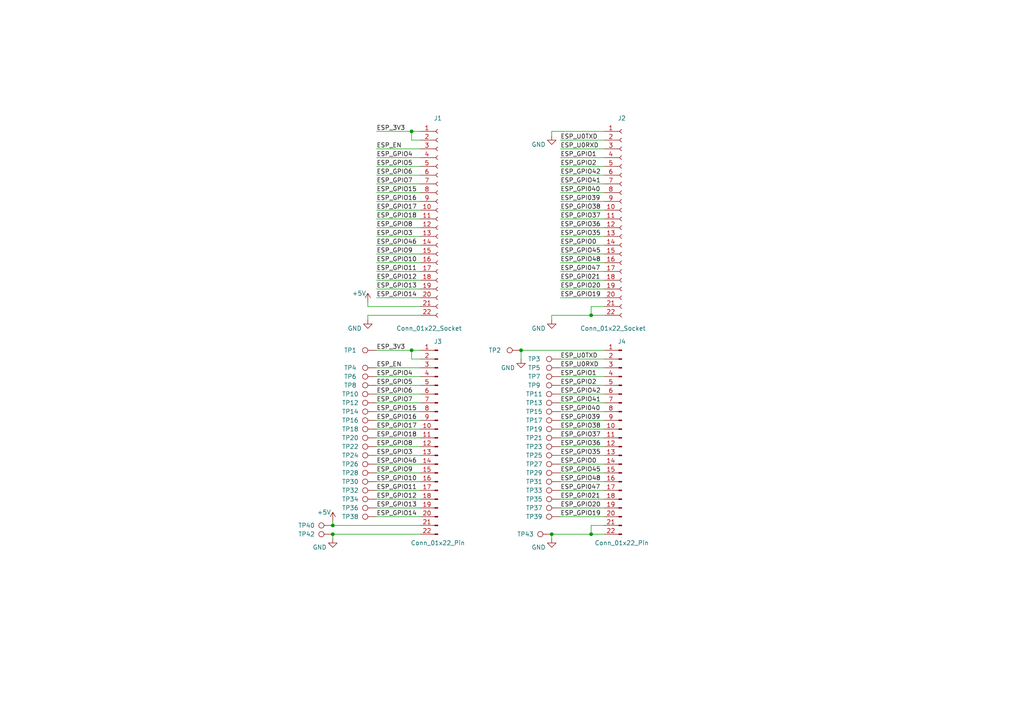
<source format=kicad_sch>
(kicad_sch (version 20231120) (generator "eeschema") (generator_version "8.0")
  (paper "A4")
  (title_block (title "ESP32-S3-DevKitC-1-N32R8V") (date "2024-07-18") (rev "Final"))
  (lib_symbols
    (symbol "Connector:Conn_01x22_Pin" (pin_names (offset 1.016) hide)
      (property "Reference" "J" (at 0 27.94 0))
      (property "Value" "Conn_01x22_Pin" (at 0 -30.48 0))
      (symbol "Conn_01x22_Pin_1_1"
        (polyline (pts (xy 1.27 -27.94) (xy 0.8636 -27.94)) (stroke (width 0.1524)))
        (polyline (pts (xy 1.27 -25.4) (xy 0.8636 -25.4)) (stroke (width 0.1524)))
        (polyline (pts (xy 1.27 -22.86) (xy 0.8636 -22.86)) (stroke (width 0.1524)))
        (polyline (pts (xy 1.27 -20.32) (xy 0.8636 -20.32)) (stroke (width 0.1524)))
        (polyline (pts (xy 1.27 -17.78) (xy 0.8636 -17.78)) (stroke (width 0.1524)))
        (polyline (pts (xy 1.27 -15.24) (xy 0.8636 -15.24)) (stroke (width 0.1524)))
        (polyline (pts (xy 1.27 -12.7) (xy 0.8636 -12.7)) (stroke (width 0.1524)))
        (polyline (pts (xy 1.27 -10.16) (xy 0.8636 -10.16)) (stroke (width 0.1524)))
        (polyline (pts (xy 1.27 -7.62) (xy 0.8636 -7.62)) (stroke (width 0.1524)))
        (polyline (pts (xy 1.27 -5.08) (xy 0.8636 -5.08)) (stroke (width 0.1524)))
        (polyline (pts (xy 1.27 -2.54) (xy 0.8636 -2.54)) (stroke (width 0.1524)))
        (polyline (pts (xy 1.27 0) (xy 0.8636 0)) (stroke (width 0.1524)))
        (polyline (pts (xy 1.27 2.54) (xy 0.8636 2.54)) (stroke (width 0.1524)))
        (polyline (pts (xy 1.27 5.08) (xy 0.8636 5.08)) (stroke (width 0.1524)))
        (polyline (pts (xy 1.27 7.62) (xy 0.8636 7.62)) (stroke (width 0.1524)))
        (polyline (pts (xy 1.27 10.16) (xy 0.8636 10.16)) (stroke (width 0.1524)))
        (polyline (pts (xy 1.27 12.7) (xy 0.8636 12.7)) (stroke (width 0.1524)))
        (polyline (pts (xy 1.27 15.24) (xy 0.8636 15.24)) (stroke (width 0.1524)))
        (polyline (pts (xy 1.27 17.78) (xy 0.8636 17.78)) (stroke (width 0.1524)))
        (polyline (pts (xy 1.27 20.32) (xy 0.8636 20.32)) (stroke (width 0.1524)))
        (polyline (pts (xy 1.27 22.86) (xy 0.8636 22.86)) (stroke (width 0.1524)))
        (polyline (pts (xy 1.27 25.4) (xy 0.8636 25.4)) (stroke (width 0.1524)))
        (rectangle (start 0.8636 -27.813) (end 0 -28.067) (stroke (width 0.1524)) (fill (type outline)))
        (rectangle (start 0.8636 -25.273) (end 0 -25.527) (stroke (width 0.1524)) (fill (type outline)))
        (rectangle (start 0.8636 -22.733) (end 0 -22.987) (stroke (width 0.1524)) (fill (type outline)))
        (rectangle (start 0.8636 -20.193) (end 0 -20.447) (stroke (width 0.1524)) (fill (type outline)))
        (rectangle (start 0.8636 -17.653) (end 0 -17.907) (stroke (width 0.1524)) (fill (type outline)))
        (rectangle (start 0.8636 -15.113) (end 0 -15.367) (stroke (width 0.1524)) (fill (type outline)))
        (rectangle (start 0.8636 -12.573) (end 0 -12.827) (stroke (width 0.1524)) (fill (type outline)))
        (rectangle (start 0.8636 -10.033) (end 0 -10.287) (stroke (width 0.1524)) (fill (type outline)))
        (rectangle (start 0.8636 -7.493) (end 0 -7.747) (stroke (width 0.1524)) (fill (type outline)))
        (rectangle (start 0.8636 -4.953) (end 0 -5.207) (stroke (width 0.1524)) (fill (type outline)))
        (rectangle (start 0.8636 -2.413) (end 0 -2.667) (stroke (width 0.1524)) (fill (type outline)))
        (rectangle (start 0.8636 0.127) (end 0 -0.127) (stroke (width 0.1524)) (fill (type outline)))
        (rectangle (start 0.8636 2.667) (end 0 2.413) (stroke (width 0.1524)) (fill (type outline)))
        (rectangle (start 0.8636 5.207) (end 0 4.953) (stroke (width 0.1524)) (fill (type outline)))
        (rectangle (start 0.8636 7.747) (end 0 7.493) (stroke (width 0.1524)) (fill (type outline)))
        (rectangle (start 0.8636 10.287) (end 0 10.033) (stroke (width 0.1524)) (fill (type outline)))
        (rectangle (start 0.8636 12.827) (end 0 12.573) (stroke (width 0.1524)) (fill (type outline)))
        (rectangle (start 0.8636 15.367) (end 0 15.113) (stroke (width 0.1524)) (fill (type outline)))
        (rectangle (start 0.8636 17.907) (end 0 17.653) (stroke (width 0.1524)) (fill (type outline)))
        (rectangle (start 0.8636 20.447) (end 0 20.193) (stroke (width 0.1524)) (fill (type outline)))
        (rectangle (start 0.8636 22.987) (end 0 22.733) (stroke (width 0.1524)) (fill (type outline)))
        (rectangle (start 0.8636 25.527) (end 0 25.273) (stroke (width 0.1524)) (fill (type outline)))
        (pin passive line (at 5.08 25.4 180) (length 3.81) (name "Pin_1") (number "1"))
        (pin passive line (at 5.08 2.54 180) (length 3.81) (name "Pin_10") (number "10"))
        (pin passive line (at 5.08 0 180) (length 3.81) (name "Pin_11") (number "11"))
        (pin passive line (at 5.08 -2.54 180) (length 3.81) (name "Pin_12") (number "12"))
        (pin passive line (at 5.08 -5.08 180) (length 3.81) (name "Pin_13") (number "13"))
        (pin passive line (at 5.08 -7.62 180) (length 3.81) (name "Pin_14") (number "14"))
        (pin passive line (at 5.08 -10.16 180) (length 3.81) (name "Pin_15") (number "15"))
        (pin passive line (at 5.08 -12.7 180) (length 3.81) (name "Pin_16") (number "16"))
        (pin passive line (at 5.08 -15.24 180) (length 3.81) (name "Pin_17") (number "17"))
        (pin passive line (at 5.08 -17.78 180) (length 3.81) (name "Pin_18") (number "18"))
        (pin passive line (at 5.08 -20.32 180) (length 3.81) (name "Pin_19") (number "19"))
        (pin passive line (at 5.08 22.86 180) (length 3.81) (name "Pin_2") (number "2"))
        (pin passive line (at 5.08 -22.86 180) (length 3.81) (name "Pin_20") (number "20"))
        (pin passive line (at 5.08 -25.4 180) (length 3.81) (name "Pin_21") (number "21"))
        (pin passive line (at 5.08 -27.94 180) (length 3.81) (name "Pin_22") (number "22"))
        (pin passive line (at 5.08 20.32 180) (length 3.81) (name "Pin_3") (number "3"))
        (pin passive line (at 5.08 17.78 180) (length 3.81) (name "Pin_4") (number "4"))
        (pin passive line (at 5.08 15.24 180) (length 3.81) (name "Pin_5") (number "5"))
        (pin passive line (at 5.08 12.7 180) (length 3.81) (name "Pin_6") (number "6"))
        (pin passive line (at 5.08 10.16 180) (length 3.81) (name "Pin_7") (number "7"))
        (pin passive line (at 5.08 7.62 180) (length 3.81) (name "Pin_8") (number "8"))
        (pin passive line (at 5.08 5.08 180) (length 3.81) (name "Pin_9") (number "9"))
      )
    )
    (symbol "Connector:Conn_01x22_Socket" (pin_names (offset 1.016) hide)
      (property "Reference" "J" (at 0 27.94 0))
      (property "Value" "Conn_01x22_Socket" (at 0 -30.48 0))
      (symbol "Conn_01x22_Socket_1_1"
        (arc (start 0 -27.432) (mid -0.5058 -27.94) (end 0 -28.448) (stroke (width 0.1524)))
        (arc (start 0 -24.892) (mid -0.5058 -25.4) (end 0 -25.908) (stroke (width 0.1524)))
        (arc (start 0 -22.352) (mid -0.5058 -22.86) (end 0 -23.368) (stroke (width 0.1524)))
        (arc (start 0 -19.812) (mid -0.5058 -20.32) (end 0 -20.828) (stroke (width 0.1524)))
        (arc (start 0 -17.272) (mid -0.5058 -17.78) (end 0 -18.288) (stroke (width 0.1524)))
        (arc (start 0 -14.732) (mid -0.5058 -15.24) (end 0 -15.748) (stroke (width 0.1524)))
        (arc (start 0 -12.192) (mid -0.5058 -12.7) (end 0 -13.208) (stroke (width 0.1524)))
        (arc (start 0 -9.652) (mid -0.5058 -10.16) (end 0 -10.668) (stroke (width 0.1524)))
        (arc (start 0 -7.112) (mid -0.5058 -7.62) (end 0 -8.128) (stroke (width 0.1524)))
        (arc (start 0 -4.572) (mid -0.5058 -5.08) (end 0 -5.588) (stroke (width 0.1524)))
        (arc (start 0 -2.032) (mid -0.5058 -2.54) (end 0 -3.048) (stroke (width 0.1524)))
        (polyline (pts (xy -1.27 -27.94) (xy -0.508 -27.94)) (stroke (width 0.1524)))
        (polyline (pts (xy -1.27 -25.4) (xy -0.508 -25.4)) (stroke (width 0.1524)))
        (polyline (pts (xy -1.27 -22.86) (xy -0.508 -22.86)) (stroke (width 0.1524)))
        (polyline (pts (xy -1.27 -20.32) (xy -0.508 -20.32)) (stroke (width 0.1524)))
        (polyline (pts (xy -1.27 -17.78) (xy -0.508 -17.78)) (stroke (width 0.1524)))
        (polyline (pts (xy -1.27 -15.24) (xy -0.508 -15.24)) (stroke (width 0.1524)))
        (polyline (pts (xy -1.27 -12.7) (xy -0.508 -12.7)) (stroke (width 0.1524)))
        (polyline (pts (xy -1.27 -10.16) (xy -0.508 -10.16)) (stroke (width 0.1524)))
        (polyline (pts (xy -1.27 -7.62) (xy -0.508 -7.62)) (stroke (width 0.1524)))
        (polyline (pts (xy -1.27 -5.08) (xy -0.508 -5.08)) (stroke (width 0.1524)))
        (polyline (pts (xy -1.27 -2.54) (xy -0.508 -2.54)) (stroke (width 0.1524)))
        (polyline (pts (xy -1.27 0) (xy -0.508 0)) (stroke (width 0.1524)))
        (polyline (pts (xy -1.27 2.54) (xy -0.508 2.54)) (stroke (width 0.1524)))
        (polyline (pts (xy -1.27 5.08) (xy -0.508 5.08)) (stroke (width 0.1524)))
        (polyline (pts (xy -1.27 7.62) (xy -0.508 7.62)) (stroke (width 0.1524)))
        (polyline (pts (xy -1.27 10.16) (xy -0.508 10.16)) (stroke (width 0.1524)))
        (polyline (pts (xy -1.27 12.7) (xy -0.508 12.7)) (stroke (width 0.1524)))
        (polyline (pts (xy -1.27 15.24) (xy -0.508 15.24)) (stroke (width 0.1524)))
        (polyline (pts (xy -1.27 17.78) (xy -0.508 17.78)) (stroke (width 0.1524)))
        (polyline (pts (xy -1.27 20.32) (xy -0.508 20.32)) (stroke (width 0.1524)))
        (polyline (pts (xy -1.27 22.86) (xy -0.508 22.86)) (stroke (width 0.1524)))
        (polyline (pts (xy -1.27 25.4) (xy -0.508 25.4)) (stroke (width 0.1524)))
        (arc (start 0 0.508) (mid -0.5058 0) (end 0 -0.508) (stroke (width 0.1524)))
        (arc (start 0 3.048) (mid -0.5058 2.54) (end 0 2.032) (stroke (width 0.1524)))
        (arc (start 0 5.588) (mid -0.5058 5.08) (end 0 4.572) (stroke (width 0.1524)))
        (arc (start 0 8.128) (mid -0.5058 7.62) (end 0 7.112) (stroke (width 0.1524)))
        (arc (start 0 10.668) (mid -0.5058 10.16) (end 0 9.652) (stroke (width 0.1524)))
        (arc (start 0 13.208) (mid -0.5058 12.7) (end 0 12.192) (stroke (width 0.1524)))
        (arc (start 0 15.748) (mid -0.5058 15.24) (end 0 14.732) (stroke (width 0.1524)))
        (arc (start 0 18.288) (mid -0.5058 17.78) (end 0 17.272) (stroke (width 0.1524)))
        (arc (start 0 20.828) (mid -0.5058 20.32) (end 0 19.812) (stroke (width 0.1524)))
        (arc (start 0 23.368) (mid -0.5058 22.86) (end 0 22.352) (stroke (width 0.1524)))
        (arc (start 0 25.908) (mid -0.5058 25.4) (end 0 24.892) (stroke (width 0.1524)))
        (pin passive line (at -5.08 25.4 0) (length 3.81) (name "Pin_1") (number "1"))
        (pin passive line (at -5.08 2.54 0) (length 3.81) (name "Pin_10") (number "10"))
        (pin passive line (at -5.08 0 0) (length 3.81) (name "Pin_11") (number "11"))
        (pin passive line (at -5.08 -2.54 0) (length 3.81) (name "Pin_12") (number "12"))
        (pin passive line (at -5.08 -5.08 0) (length 3.81) (name "Pin_13") (number "13"))
        (pin passive line (at -5.08 -7.62 0) (length 3.81) (name "Pin_14") (number "14"))
        (pin passive line (at -5.08 -10.16 0) (length 3.81) (name "Pin_15") (number "15"))
        (pin passive line (at -5.08 -12.7 0) (length 3.81) (name "Pin_16") (number "16"))
        (pin passive line (at -5.08 -15.24 0) (length 3.81) (name "Pin_17") (number "17"))
        (pin passive line (at -5.08 -17.78 0) (length 3.81) (name "Pin_18") (number "18"))
        (pin passive line (at -5.08 -20.32 0) (length 3.81) (name "Pin_19") (number "19"))
        (pin passive line (at -5.08 22.86 0) (length 3.81) (name "Pin_2") (number "2"))
        (pin passive line (at -5.08 -22.86 0) (length 3.81) (name "Pin_20") (number "20"))
        (pin passive line (at -5.08 -25.4 0) (length 3.81) (name "Pin_21") (number "21"))
        (pin passive line (at -5.08 -27.94 0) (length 3.81) (name "Pin_22") (number "22"))
        (pin passive line (at -5.08 20.32 0) (length 3.81) (name "Pin_3") (number "3"))
        (pin passive line (at -5.08 17.78 0) (length 3.81) (name "Pin_4") (number "4"))
        (pin passive line (at -5.08 15.24 0) (length 3.81) (name "Pin_5") (number "5"))
        (pin passive line (at -5.08 12.7 0) (length 3.81) (name "Pin_6") (number "6"))
        (pin passive line (at -5.08 10.16 0) (length 3.81) (name "Pin_7") (number "7"))
        (pin passive line (at -5.08 7.62 0) (length 3.81) (name "Pin_8") (number "8"))
        (pin passive line (at -5.08 5.08 0) (length 3.81) (name "Pin_9") (number "9"))
      )
    )
    (symbol "Connector:TestPoint" (pin_numbers hide) (pin_names (offset 0.762) hide)
      (property "Reference" "TP" (at 0 6.858 0))
      (property "Value" "TestPoint" (at 0 5.08 0))
      (symbol "TestPoint_0_1"
        (circle (center 0 3.302) (radius 0.762))
      )
      (symbol "TestPoint_1_1"
        (pin passive line (at 0 0 90) (length 2.54) (name "1") (number "1"))
      )
    )
    (symbol "power:+5V" (power) (pin_names (offset 0))
      (property "Value" "+5V" (at 0 3.556 0))
      (symbol "+5V_0_1"
        (polyline (pts (xy -0.762 1.27) (xy 0 2.54)))
        (polyline (pts (xy 0 0) (xy 0 2.54)))
        (polyline (pts (xy 0 2.54) (xy 0.762 1.27)))
      )
      (symbol "+5V_1_1"
        (pin power_in line (at 0 0 90) (length 0) hide (name "+5V") (number "1"))
      )
    )
    (symbol "power:GND" (power) (pin_names (offset 0))
      (property "Value" "GND" (at 0 -3.81 0))
      (symbol "GND_0_1"
        (polyline (pts (xy 0 0) (xy 0 -1.27) (xy 1.27 -1.27) (xy 0 -2.54) (xy -1.27 -1.27) (xy 0 -1.27)))
      )
      (symbol "GND_1_1"
        (pin power_in line (at 0 0 270) (length 0) hide (name "GND") (number "1"))
      )
    )
  )
  (junction (at 96.52 154.94))
  (junction (at 171.45 154.94))
  (junction (at 96.52 152.4))
  (junction (at 119.38 38.1))
  (junction (at 119.38 101.6))
  (junction (at 160.02 154.94))
  (junction (at 151.13 101.6))
  (junction (at 171.45 91.44))
  (wire (pts (xy 162.56 144.78) (xy 175.26 144.78)))
  (wire (pts (xy 121.92 43.18) (xy 109.22 43.18)))
  (wire (pts (xy 171.45 152.4) (xy 171.45 154.94)))
  (wire (pts (xy 162.56 142.24) (xy 175.26 142.24)))
  (wire (pts (xy 171.45 91.44) (xy 175.26 91.44)))
  (wire (pts (xy 162.56 137.16) (xy 175.26 137.16)))
  (wire (pts (xy 121.92 127) (xy 109.22 127)))
  (wire (pts (xy 121.92 53.34) (xy 109.22 53.34)))
  (wire (pts (xy 121.92 88.9) (xy 106.68 88.9)))
  (wire (pts (xy 162.56 124.46) (xy 175.26 124.46)))
  (wire (pts (xy 162.56 109.22) (xy 175.26 109.22)))
  (wire (pts (xy 162.56 86.36) (xy 175.26 86.36)))
  (wire (pts (xy 175.26 152.4) (xy 171.45 152.4)))
  (wire (pts (xy 121.92 81.28) (xy 109.22 81.28)))
  (wire (pts (xy 96.52 152.4) (xy 96.52 151.13)))
  (wire (pts (xy 162.56 48.26) (xy 175.26 48.26)))
  (wire (pts (xy 96.52 154.94) (xy 96.52 156.21)))
  (wire (pts (xy 121.92 129.54) (xy 109.22 129.54)))
  (wire (pts (xy 121.92 119.38) (xy 109.22 119.38)))
  (wire (pts (xy 160.02 154.94) (xy 171.45 154.94)))
  (wire (pts (xy 162.56 83.82) (xy 175.26 83.82)))
  (wire (pts (xy 162.56 121.92) (xy 175.26 121.92)))
  (wire (pts (xy 121.92 106.68) (xy 109.22 106.68)))
  (wire (pts (xy 119.38 104.14) (xy 119.38 101.6)))
  (wire (pts (xy 151.13 101.6) (xy 151.13 104.14)))
  (wire (pts (xy 162.56 116.84) (xy 175.26 116.84)))
  (wire (pts (xy 162.56 127) (xy 175.26 127)))
  (wire (pts (xy 162.56 104.14) (xy 175.26 104.14)))
  (wire (pts (xy 106.68 88.9) (xy 106.68 87.63)))
  (wire (pts (xy 162.56 149.86) (xy 175.26 149.86)))
  (wire (pts (xy 119.38 38.1) (xy 109.22 38.1)))
  (wire (pts (xy 121.92 147.32) (xy 109.22 147.32)))
  (wire (pts (xy 162.56 139.7) (xy 175.26 139.7)))
  (wire (pts (xy 121.92 71.12) (xy 109.22 71.12)))
  (wire (pts (xy 162.56 134.62) (xy 175.26 134.62)))
  (wire (pts (xy 162.56 68.58) (xy 175.26 68.58)))
  (wire (pts (xy 121.92 134.62) (xy 109.22 134.62)))
  (wire (pts (xy 106.68 91.44) (xy 106.68 92.71)))
  (wire (pts (xy 171.45 154.94) (xy 175.26 154.94)))
  (wire (pts (xy 121.92 137.16) (xy 109.22 137.16)))
  (wire (pts (xy 151.13 101.6) (xy 175.26 101.6)))
  (wire (pts (xy 160.02 91.44) (xy 160.02 92.71)))
  (wire (pts (xy 121.92 139.7) (xy 109.22 139.7)))
  (wire (pts (xy 121.92 60.96) (xy 109.22 60.96)))
  (wire (pts (xy 162.56 43.18) (xy 175.26 43.18)))
  (wire (pts (xy 121.92 68.58) (xy 109.22 68.58)))
  (wire (pts (xy 162.56 50.8) (xy 175.26 50.8)))
  (wire (pts (xy 121.92 101.6) (xy 119.38 101.6)))
  (wire (pts (xy 121.92 40.64) (xy 119.38 40.64)))
  (wire (pts (xy 162.56 55.88) (xy 175.26 55.88)))
  (wire (pts (xy 121.92 142.24) (xy 109.22 142.24)))
  (wire (pts (xy 162.56 63.5) (xy 175.26 63.5)))
  (wire (pts (xy 121.92 45.72) (xy 109.22 45.72)))
  (wire (pts (xy 160.02 38.1) (xy 175.26 38.1)))
  (wire (pts (xy 171.45 88.9) (xy 171.45 91.44)))
  (wire (pts (xy 162.56 147.32) (xy 175.26 147.32)))
  (wire (pts (xy 121.92 144.78) (xy 109.22 144.78)))
  (wire (pts (xy 121.92 76.2) (xy 109.22 76.2)))
  (wire (pts (xy 162.56 106.68) (xy 175.26 106.68)))
  (wire (pts (xy 162.56 114.3) (xy 175.26 114.3)))
  (wire (pts (xy 175.26 88.9) (xy 171.45 88.9)))
  (wire (pts (xy 160.02 38.1) (xy 160.02 39.37)))
  (wire (pts (xy 162.56 71.12) (xy 175.26 71.12)))
  (wire (pts (xy 121.92 50.8) (xy 109.22 50.8)))
  (wire (pts (xy 121.92 154.94) (xy 96.52 154.94)))
  (wire (pts (xy 162.56 40.64) (xy 175.26 40.64)))
  (wire (pts (xy 121.92 152.4) (xy 96.52 152.4)))
  (wire (pts (xy 121.92 86.36) (xy 109.22 86.36)))
  (wire (pts (xy 162.56 119.38) (xy 175.26 119.38)))
  (wire (pts (xy 121.92 109.22) (xy 109.22 109.22)))
  (wire (pts (xy 160.02 154.94) (xy 160.02 156.21)))
  (wire (pts (xy 162.56 60.96) (xy 175.26 60.96)))
  (wire (pts (xy 121.92 83.82) (xy 109.22 83.82)))
  (wire (pts (xy 162.56 45.72) (xy 175.26 45.72)))
  (wire (pts (xy 121.92 149.86) (xy 109.22 149.86)))
  (wire (pts (xy 121.92 78.74) (xy 109.22 78.74)))
  (wire (pts (xy 121.92 124.46) (xy 109.22 124.46)))
  (wire (pts (xy 162.56 66.04) (xy 175.26 66.04)))
  (wire (pts (xy 121.92 114.3) (xy 109.22 114.3)))
  (wire (pts (xy 121.92 73.66) (xy 109.22 73.66)))
  (wire (pts (xy 162.56 76.2) (xy 175.26 76.2)))
  (wire (pts (xy 121.92 48.26) (xy 109.22 48.26)))
  (wire (pts (xy 162.56 73.66) (xy 175.26 73.66)))
  (wire (pts (xy 162.56 78.74) (xy 175.26 78.74)))
  (wire (pts (xy 162.56 132.08) (xy 175.26 132.08)))
  (wire (pts (xy 119.38 40.64) (xy 119.38 38.1)))
  (wire (pts (xy 160.02 91.44) (xy 171.45 91.44)))
  (wire (pts (xy 121.92 58.42) (xy 109.22 58.42)))
  (wire (pts (xy 162.56 58.42) (xy 175.26 58.42)))
  (wire (pts (xy 121.92 66.04) (xy 109.22 66.04)))
  (wire (pts (xy 162.56 129.54) (xy 175.26 129.54)))
  (wire (pts (xy 121.92 55.88) (xy 109.22 55.88)))
  (wire (pts (xy 162.56 111.76) (xy 175.26 111.76)))
  (wire (pts (xy 162.56 81.28) (xy 175.26 81.28)))
  (wire (pts (xy 121.92 104.14) (xy 119.38 104.14)))
  (wire (pts (xy 121.92 111.76) (xy 109.22 111.76)))
  (wire (pts (xy 121.92 121.92) (xy 109.22 121.92)))
  (wire (pts (xy 121.92 116.84) (xy 109.22 116.84)))
  (wire (pts (xy 121.92 132.08) (xy 109.22 132.08)))
  (wire (pts (xy 121.92 63.5) (xy 109.22 63.5)))
  (wire (pts (xy 119.38 101.6) (xy 109.22 101.6)))
  (wire (pts (xy 162.56 53.34) (xy 175.26 53.34)))
  (wire (pts (xy 121.92 91.44) (xy 106.68 91.44)))
  (wire (pts (xy 121.92 38.1) (xy 119.38 38.1)))
  (label "ESP_GPIO4" (at 109.22 109.22 0))
  (label "ESP_GPIO36" (at 162.56 66.04 0))
  (label "ESP_GPIO13" (at 109.22 147.32 0))
  (label "ESP_GPIO46" (at 109.22 71.12 0))
  (label "ESP_GPI040" (at 162.56 119.38 0))
  (label "ESP_GPIO2" (at 162.56 48.26 0))
  (label "ESP_GPIO16" (at 109.22 58.42 0))
  (label "ESP_GPI047" (at 162.56 142.24 0))
  (label "ESP_GPIO4" (at 109.22 45.72 0))
  (label "ESP_U0TXD" (at 162.56 104.14 0))
  (label "ESP_U0RXD" (at 162.56 43.18 0))
  (label "ESP_GPIO48" (at 162.56 76.2 0))
  (label "ESP_GPIO10" (at 109.22 76.2 0))
  (label "ESP_EN" (at 109.22 43.18 0))
  (label "ESP_EN" (at 109.22 106.68 0))
  (label "ESP_GPIO11" (at 109.22 78.74 0))
  (label "ESP_U0TXD" (at 162.56 40.64 0))
  (label "ESP_GPI039" (at 162.56 58.42 0))
  (label "ESP_GPIO42" (at 162.56 114.3 0))
  (label "ESP_GPIO41" (at 162.56 53.34 0))
  (label "ESP_GPIO15" (at 109.22 55.88 0))
  (label "ESP_GPIO37" (at 162.56 127 0))
  (label "ESP_GPIO2" (at 162.56 111.76 0))
  (label "ESP_GPI040" (at 162.56 55.88 0))
  (label "ESP_GPIO19" (at 162.56 149.86 0))
  (label "ESP_3V3" (at 109.22 101.6 0))
  (label "ESP_GPIO13" (at 109.22 83.82 0))
  (label "ESP_GPIO17" (at 109.22 124.46 0))
  (label "ESP_GPIO5" (at 109.22 111.76 0))
  (label "ESP_GPIO41" (at 162.56 116.84 0))
  (label "ESP_GPIO5" (at 109.22 48.26 0))
  (label "ESP_3V3" (at 109.22 38.1 0))
  (label "ESP_GPIO19" (at 162.56 86.36 0))
  (label "ESP_GPIO11" (at 109.22 142.24 0))
  (label "ESP_GPIO38" (at 162.56 124.46 0))
  (label "ESP_U0RXD" (at 162.56 106.68 0))
  (label "ESP_GPI039" (at 162.56 121.92 0))
  (label "ESP_GPIO37" (at 162.56 63.5 0))
  (label "ESP_GPIO46" (at 109.22 134.62 0))
  (label "ESP_GPIO0" (at 162.56 71.12 0))
  (label "ESP_GPIO3" (at 109.22 132.08 0))
  (label "ESP_GPIO20" (at 162.56 147.32 0))
  (label "ESP_GPIO14" (at 109.22 86.36 0))
  (label "ESP_GPIO18" (at 109.22 127 0))
  (label "ESP_GPIO7" (at 109.22 116.84 0))
  (label "ESP_GPIO17" (at 109.22 60.96 0))
  (label "ESP_GPIO10" (at 109.22 139.7 0))
  (label "ESP_GPIO9" (at 109.22 137.16 0))
  (label "ESP_GPIO45" (at 162.56 137.16 0))
  (label "ESP_GPI021" (at 162.56 144.78 0))
  (label "ESP_GPIO20" (at 162.56 83.82 0))
  (label "ESP_GPI047" (at 162.56 78.74 0))
  (label "ESP_GPIO35" (at 162.56 68.58 0))
  (label "ESP_GPIO1" (at 162.56 109.22 0))
  (label "ESP_GPIO15" (at 109.22 119.38 0))
  (label "ESP_GPIO3" (at 109.22 68.58 0))
  (label "ESP_GPIO9" (at 109.22 73.66 0))
  (label "ESP_GPIO7" (at 109.22 53.34 0))
  (label "ESP_GPIO8" (at 109.22 66.04 0))
  (label "ESP_GPIO12" (at 109.22 81.28 0))
  (label "ESP_GPIO45" (at 162.56 73.66 0))
  (label "ESP_GPIO6" (at 109.22 50.8 0))
  (label "ESP_GPIO14" (at 109.22 149.86 0))
  (label "ESP_GPI021" (at 162.56 81.28 0))
  (label "ESP_GPIO48" (at 162.56 139.7 0))
  (label "ESP_GPIO35" (at 162.56 132.08 0))
  (label "ESP_GPIO36" (at 162.56 129.54 0))
  (label "ESP_GPIO12" (at 109.22 144.78 0))
  (label "ESP_GPIO0" (at 162.56 134.62 0))
  (label "ESP_GPIO6" (at 109.22 114.3 0))
  (label "ESP_GPIO18" (at 109.22 63.5 0))
  (label "ESP_GPIO38" (at 162.56 60.96 0))
  (label "ESP_GPIO42" (at 162.56 50.8 0))
  (label "ESP_GPIO1" (at 162.56 45.72 0))
  (label "ESP_GPIO16" (at 109.22 121.92 0))
  (label "ESP_GPIO8" (at 109.22 129.54 0))
  (symbol (lib_id "Connector:TestPoint") (at 162.56 116.84 90) (unit 1)
    (property "Reference" "TP13" (at 154.94 116.84 90))
    (property "Value" "TestPoint" (effects (hide yes)))
    (property "Footprint" "TestPoint:TestPoint_Pad_D1.5mm" (effects (hide yes)))
  )
  (symbol (lib_id "Connector:TestPoint") (at 162.56 119.38 90) (unit 1)
    (property "Reference" "TP15" (at 154.94 119.38 90))
    (property "Value" "TestPoint" (effects (hide yes)))
    (property "Footprint" "TestPoint:TestPoint_Pad_D1.5mm" (effects (hide yes)))
  )
  (symbol (lib_id "Connector:Conn_01x22_Pin") (at 180.34 127 0) (mirror y) (unit 1)
    (property "Reference" "J4" (at 180.34 99.06 0))
    (property "Value" "Conn_01x22_Pin" (at 180.34 157.48 0))
    (property "Footprint" "Connector_PinHeader_2.54mm:PinHeader_1x22_P2.54mm_Vertical" (effects (hide yes)))
  )
  (symbol (lib_id "Connector:TestPoint") (at 162.56 137.16 90) (unit 1)
    (property "Reference" "TP29" (at 154.94 137.16 90))
    (property "Value" "TestPoint" (effects (hide yes)))
    (property "Footprint" "TestPoint:TestPoint_Pad_D1.5mm" (effects (hide yes)))
  )
  (symbol (lib_id "Connector:TestPoint") (at 109.22 116.84 90) (unit 1)
    (property "Reference" "TP12" (at 101.6 116.84 90))
    (property "Value" "TestPoint" (effects (hide yes)))
    (property "Footprint" "TestPoint:TestPoint_Pad_D1.5mm" (effects (hide yes)))
  )
  (symbol (lib_id "power:GND") (at 106.68 92.71 0) (mirror y) (unit 1)
    (property "Reference" "#PWR03" (effects (hide yes)))
    (property "Value" "GND" (at 102.87 95.25 0))
  )
  (symbol (lib_id "Connector:TestPoint") (at 162.56 139.7 90) (unit 1)
    (property "Reference" "TP31" (at 154.94 139.7 90))
    (property "Value" "TestPoint" (effects (hide yes)))
    (property "Footprint" "TestPoint:TestPoint_Pad_D1.5mm" (effects (hide yes)))
  )
  (symbol (lib_id "Connector:Conn_01x22_Socket") (at 127 63.5 0) (unit 1)
    (property "Reference" "J1" (at 127 34.29 0))
    (property "Value" "Conn_01x22_Socket" (at 124.46 95.25 0))
    (property "Footprint" "Connector_PinSocket_2.54mm:PinSocket_1x22_P2.54mm_Vertical" (effects (hide yes)))
  )
  (symbol (lib_id "Connector:TestPoint") (at 109.22 124.46 90) (unit 1)
    (property "Reference" "TP18" (at 101.6 124.46 90))
    (property "Value" "TestPoint" (effects (hide yes)))
    (property "Footprint" "TestPoint:TestPoint_Pad_D1.5mm" (effects (hide yes)))
  )
  (symbol (lib_id "Connector:TestPoint") (at 109.22 121.92 90) (unit 1)
    (property "Reference" "TP16" (at 101.6 121.92 90))
    (property "Value" "TestPoint" (effects (hide yes)))
    (property "Footprint" "TestPoint:TestPoint_Pad_D1.5mm" (effects (hide yes)))
  )
  (symbol (lib_id "Connector:TestPoint") (at 162.56 147.32 90) (unit 1)
    (property "Reference" "TP37" (at 154.94 147.32 90))
    (property "Value" "TestPoint" (effects (hide yes)))
    (property "Footprint" "TestPoint:TestPoint_Pad_D1.5mm" (effects (hide yes)))
  )
  (symbol (lib_id "Connector:TestPoint") (at 162.56 144.78 90) (unit 1)
    (property "Reference" "TP35" (at 154.94 144.78 90))
    (property "Value" "TestPoint" (effects (hide yes)))
    (property "Footprint" "TestPoint:TestPoint_Pad_D1.5mm" (effects (hide yes)))
  )
  (symbol (lib_id "Connector:TestPoint") (at 162.56 142.24 90) (unit 1)
    (property "Reference" "TP33" (at 154.94 142.24 90))
    (property "Value" "TestPoint" (effects (hide yes)))
    (property "Footprint" "TestPoint:TestPoint_Pad_D1.5mm" (effects (hide yes)))
  )
  (symbol (lib_id "Connector:TestPoint") (at 151.13 101.6 90) (mirror x) (unit 1)
    (property "Reference" "TP2" (at 143.51 101.6 90))
    (property "Value" "TestPoint" (effects (hide yes)))
    (property "Footprint" "TestPoint:TestPoint_Pad_D1.5mm" (effects (hide yes)))
  )
  (symbol (lib_id "Connector:TestPoint") (at 109.22 101.6 90) (unit 1)
    (property "Reference" "TP1" (at 101.6 101.6 90))
    (property "Value" "TestPoint" (effects (hide yes)))
    (property "Footprint" "TestPoint:TestPoint_Pad_D1.5mm" (effects (hide yes)))
  )
  (symbol (lib_id "Connector:TestPoint") (at 162.56 149.86 90) (unit 1)
    (property "Reference" "TP39" (at 154.94 149.86 90))
    (property "Value" "TestPoint" (effects (hide yes)))
    (property "Footprint" "TestPoint:TestPoint_Pad_D1.5mm" (effects (hide yes)))
  )
  (symbol (lib_id "Connector:TestPoint") (at 162.56 104.14 90) (unit 1)
    (property "Reference" "TP3" (at 154.94 104.14 90))
    (property "Value" "TestPoint" (effects (hide yes)))
    (property "Footprint" "TestPoint:TestPoint_Pad_D1.5mm" (effects (hide yes)))
  )
  (symbol (lib_id "Connector:TestPoint") (at 109.22 129.54 90) (unit 1)
    (property "Reference" "TP22" (at 101.6 129.54 90))
    (property "Value" "TestPoint" (effects (hide yes)))
    (property "Footprint" "TestPoint:TestPoint_Pad_D1.5mm" (effects (hide yes)))
  )
  (symbol (lib_id "Connector:Conn_01x22_Pin") (at 127 127 0) (mirror y) (unit 1)
    (property "Reference" "J3" (at 127 99.06 0))
    (property "Value" "Conn_01x22_Pin" (at 127 157.48 0))
    (property "Footprint" "Connector_PinHeader_2.54mm:PinHeader_1x22_P2.54mm_Vertical" (effects (hide yes)))
  )
  (symbol (lib_id "Connector:TestPoint") (at 109.22 127 90) (unit 1)
    (property "Reference" "TP20" (at 101.6 127 90))
    (property "Value" "TestPoint" (effects (hide yes)))
    (property "Footprint" "TestPoint:TestPoint_Pad_D1.5mm" (effects (hide yes)))
  )
  (symbol (lib_id "Connector:TestPoint") (at 109.22 119.38 90) (unit 1)
    (property "Reference" "TP14" (at 101.6 119.38 90))
    (property "Value" "TestPoint" (effects (hide yes)))
    (property "Footprint" "TestPoint:TestPoint_Pad_D1.5mm" (effects (hide yes)))
  )
  (symbol (lib_id "Connector:TestPoint") (at 109.22 144.78 90) (unit 1)
    (property "Reference" "TP34" (at 101.6 144.78 90))
    (property "Value" "TestPoint" (effects (hide yes)))
    (property "Footprint" "TestPoint:TestPoint_Pad_D1.5mm" (effects (hide yes)))
  )
  (symbol (lib_id "Connector:TestPoint") (at 109.22 147.32 90) (mirror x) (unit 1)
    (property "Reference" "TP36" (at 101.6 147.32 90))
    (property "Value" "TestPoint" (effects (hide yes)))
    (property "Footprint" "TestPoint:TestPoint_Pad_D1.5mm" (effects (hide yes)))
  )
  (symbol (lib_id "Connector:TestPoint") (at 109.22 106.68 90) (unit 1)
    (property "Reference" "TP4" (at 101.6 106.68 90))
    (property "Value" "TestPoint" (effects (hide yes)))
    (property "Footprint" "TestPoint:TestPoint_Pad_D1.5mm" (effects (hide yes)))
  )
  (symbol (lib_id "Connector:TestPoint") (at 109.22 139.7 90) (unit 1)
    (property "Reference" "TP30" (at 101.6 139.7 90))
    (property "Value" "TestPoint" (effects (hide yes)))
    (property "Footprint" "TestPoint:TestPoint_Pad_D1.5mm" (effects (hide yes)))
  )
  (symbol (lib_id "power:GND") (at 160.02 39.37 0) (mirror y) (unit 1)
    (property "Reference" "#PWR01" (effects (hide yes)))
    (property "Value" "GND" (at 156.21 41.91 0))
  )
  (symbol (lib_id "Connector:TestPoint") (at 109.22 109.22 90) (unit 1)
    (property "Reference" "TP6" (at 101.6 109.22 90))
    (property "Value" "TestPoint" (effects (hide yes)))
    (property "Footprint" "TestPoint:TestPoint_Pad_D1.5mm" (effects (hide yes)))
  )
  (symbol (lib_id "Connector:TestPoint") (at 109.22 134.62 90) (unit 1)
    (property "Reference" "TP26" (at 101.6 134.62 90))
    (property "Value" "TestPoint" (effects (hide yes)))
    (property "Footprint" "TestPoint:TestPoint_Pad_D1.5mm" (effects (hide yes)))
  )
  (symbol (lib_id "Connector:TestPoint") (at 109.22 142.24 90) (unit 1)
    (property "Reference" "TP32" (at 101.6 142.24 90))
    (property "Value" "TestPoint" (effects (hide yes)))
    (property "Footprint" "TestPoint:TestPoint_Pad_D1.5mm" (effects (hide yes)))
  )
  (symbol (lib_id "Connector:TestPoint") (at 109.22 114.3 90) (unit 1)
    (property "Reference" "TP10" (at 101.6 114.3 90))
    (property "Value" "TestPoint" (effects (hide yes)))
    (property "Footprint" "TestPoint:TestPoint_Pad_D1.5mm" (effects (hide yes)))
  )
  (symbol (lib_id "power:GND") (at 160.02 156.21 0) (mirror y) (unit 1)
    (property "Reference" "#PWR08" (effects (hide yes)))
    (property "Value" "GND" (at 156.21 158.75 0))
  )
  (symbol (lib_id "Connector:TestPoint") (at 162.56 121.92 90) (unit 1)
    (property "Reference" "TP17" (at 154.94 121.92 90))
    (property "Value" "TestPoint" (effects (hide yes)))
    (property "Footprint" "TestPoint:TestPoint_Pad_D1.5mm" (effects (hide yes)))
  )
  (symbol (lib_id "Connector:TestPoint") (at 160.02 154.94 90) (mirror x) (unit 1)
    (property "Reference" "TP43" (at 152.4 154.94 90))
    (property "Value" "TestPoint" (effects (hide yes)))
    (property "Footprint" "TestPoint:TestPoint_Pad_D1.5mm" (effects (hide yes)))
  )
  (symbol (lib_id "power:GND") (at 151.13 104.14 0) (mirror y) (unit 1)
    (property "Reference" "#PWR05" (effects (hide yes)))
    (property "Value" "GND" (at 147.32 106.68 0))
  )
  (symbol (lib_id "Connector:TestPoint") (at 162.56 106.68 90) (unit 1)
    (property "Reference" "TP5" (at 154.94 106.68 90))
    (property "Value" "TestPoint" (effects (hide yes)))
    (property "Footprint" "TestPoint:TestPoint_Pad_D1.5mm" (effects (hide yes)))
  )
  (symbol (lib_id "Connector:TestPoint") (at 96.52 152.4 90) (mirror x) (unit 1)
    (property "Reference" "TP40" (at 88.9 152.4 90))
    (property "Value" "TestPoint" (effects (hide yes)))
    (property "Footprint" "TestPoint:TestPoint_Pad_D1.5mm" (effects (hide yes)))
  )
  (symbol (lib_id "Connector:TestPoint") (at 162.56 109.22 90) (unit 1)
    (property "Reference" "TP7" (at 154.94 109.22 90))
    (property "Value" "TestPoint" (effects (hide yes)))
    (property "Footprint" "TestPoint:TestPoint_Pad_D1.5mm" (effects (hide yes)))
  )
  (symbol (lib_id "Connector:TestPoint") (at 162.56 124.46 90) (unit 1)
    (property "Reference" "TP19" (at 154.94 124.46 90))
    (property "Value" "TestPoint" (effects (hide yes)))
    (property "Footprint" "TestPoint:TestPoint_Pad_D1.5mm" (effects (hide yes)))
  )
  (symbol (lib_id "Connector:TestPoint") (at 162.56 134.62 90) (unit 1)
    (property "Reference" "TP27" (at 154.94 134.62 90))
    (property "Value" "TestPoint" (effects (hide yes)))
    (property "Footprint" "TestPoint:TestPoint_Pad_D1.5mm" (effects (hide yes)))
  )
  (symbol (lib_id "Connector:TestPoint") (at 162.56 114.3 90) (unit 1)
    (property "Reference" "TP11" (at 154.94 114.3 90))
    (property "Value" "TestPoint" (effects (hide yes)))
    (property "Footprint" "TestPoint:TestPoint_Pad_D1.5mm" (effects (hide yes)))
  )
  (symbol (lib_id "Connector:TestPoint") (at 162.56 127 90) (unit 1)
    (property "Reference" "TP21" (at 154.94 127 90))
    (property "Value" "TestPoint" (effects (hide yes)))
    (property "Footprint" "TestPoint:TestPoint_Pad_D1.5mm" (effects (hide yes)))
  )
  (symbol (lib_id "Connector:TestPoint") (at 162.56 132.08 90) (unit 1)
    (property "Reference" "TP25" (at 154.94 132.08 90))
    (property "Value" "TestPoint" (effects (hide yes)))
    (property "Footprint" "TestPoint:TestPoint_Pad_D1.5mm" (effects (hide yes)))
  )
  (symbol (lib_id "Connector:TestPoint") (at 162.56 111.76 90) (unit 1)
    (property "Reference" "TP9" (at 154.94 111.76 90))
    (property "Value" "TestPoint" (effects (hide yes)))
    (property "Footprint" "TestPoint:TestPoint_Pad_D1.5mm" (effects (hide yes)))
  )
  (symbol (lib_id "Connector:TestPoint") (at 109.22 132.08 90) (unit 1)
    (property "Reference" "TP24" (at 101.6 132.08 90))
    (property "Value" "TestPoint" (effects (hide yes)))
    (property "Footprint" "TestPoint:TestPoint_Pad_D1.5mm" (effects (hide yes)))
  )
  (symbol (lib_id "power:GND") (at 160.02 92.71 0) (mirror y) (unit 1)
    (property "Reference" "#PWR04" (effects (hide yes)))
    (property "Value" "GND" (at 156.21 95.25 0))
  )
  (symbol (lib_id "Connector:TestPoint") (at 109.22 137.16 90) (unit 1)
    (property "Reference" "TP28" (at 101.6 137.16 90))
    (property "Value" "TestPoint" (effects (hide yes)))
    (property "Footprint" "TestPoint:TestPoint_Pad_D1.5mm" (effects (hide yes)))
  )
  (symbol (lib_id "power:+5V") (at 106.68 87.63 0) (mirror y) (unit 1)
    (property "Reference" "#PWR02" (effects (hide yes)))
    (property "Value" "+5V" (at 104.14 85.09 0))
  )
  (symbol (lib_id "Connector:TestPoint") (at 109.22 149.86 90) (unit 1)
    (property "Reference" "TP38" (at 101.6 149.86 90))
    (property "Value" "TestPoint" (effects (hide yes)))
    (property "Footprint" "TestPoint:TestPoint_Pad_D1.5mm" (effects (hide yes)))
  )
  (symbol (lib_id "Connector:TestPoint") (at 109.22 111.76 90) (unit 1)
    (property "Reference" "TP8" (at 101.6 111.76 90))
    (property "Value" "TestPoint" (effects (hide yes)))
    (property "Footprint" "TestPoint:TestPoint_Pad_D1.5mm" (effects (hide yes)))
  )
  (symbol (lib_id "power:GND") (at 96.52 156.21 0) (mirror y) (unit 1)
    (property "Reference" "#PWR07" (effects (hide yes)))
    (property "Value" "GND" (at 92.71 158.75 0))
  )
  (symbol (lib_id "power:+5V") (at 96.52 151.13 0) (mirror y) (unit 1)
    (property "Reference" "#PWR06" (effects (hide yes)))
    (property "Value" "+5V" (at 93.98 148.59 0))
  )
  (symbol (lib_id "Connector:Conn_01x22_Socket") (at 180.34 63.5 0) (unit 1)
    (property "Reference" "J2" (at 180.34 34.29 0))
    (property "Value" "Conn_01x22_Socket" (at 177.8 95.25 0))
    (property "Footprint" "Connector_PinSocket_2.54mm:PinSocket_1x22_P2.54mm_Vertical" (effects (hide yes)))
  )
  (symbol (lib_id "Connector:TestPoint") (at 162.56 129.54 90) (unit 1)
    (property "Reference" "TP23" (at 154.94 129.54 90))
    (property "Value" "TestPoint" (effects (hide yes)))
    (property "Footprint" "TestPoint:TestPoint_Pad_D1.5mm" (effects (hide yes)))
  )
  (symbol (lib_id "Connector:TestPoint") (at 96.52 154.94 90) (mirror x) (unit 1)
    (property "Reference" "TP42" (at 88.9 154.94 90))
    (property "Value" "TestPoint" (effects (hide yes)))
    (property "Footprint" "TestPoint:TestPoint_Pad_D1.5mm" (effects (hide yes)))
  )
)
</source>
